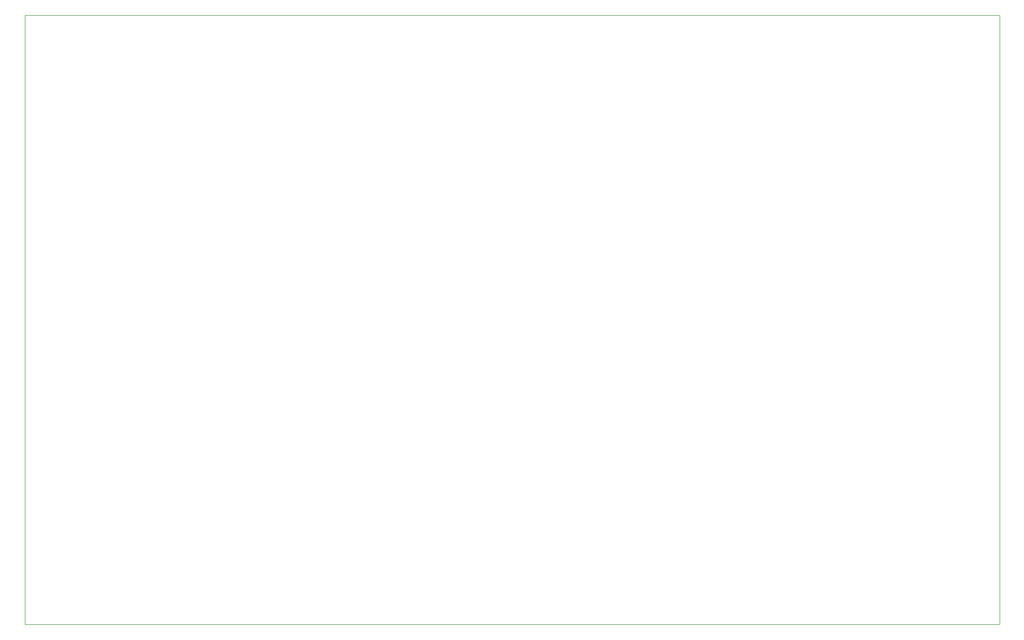
<source format=gm1>
G04 #@! TF.GenerationSoftware,KiCad,Pcbnew,6.0.5+dfsg-1~bpo11+1*
G04 #@! TF.CreationDate,2022-06-30T11:54:21+00:00*
G04 #@! TF.ProjectId,ADSR_board,41445352-5f62-46f6-9172-642e6b696361,0*
G04 #@! TF.SameCoordinates,Original*
G04 #@! TF.FileFunction,Profile,NP*
%FSLAX46Y46*%
G04 Gerber Fmt 4.6, Leading zero omitted, Abs format (unit mm)*
G04 Created by KiCad (PCBNEW 6.0.5+dfsg-1~bpo11+1) date 2022-06-30 11:54:21*
%MOMM*%
%LPD*%
G01*
G04 APERTURE LIST*
G04 #@! TA.AperFunction,Profile*
%ADD10C,0.100000*%
G04 #@! TD*
G04 APERTURE END LIST*
D10*
X234827000Y-148082000D02*
X234827000Y-40132000D01*
X234827000Y-40132000D02*
X62107000Y-40132000D01*
X62107000Y-148082000D02*
X234827000Y-148082000D01*
X62107000Y-40132000D02*
X62107000Y-148082000D01*
M02*

</source>
